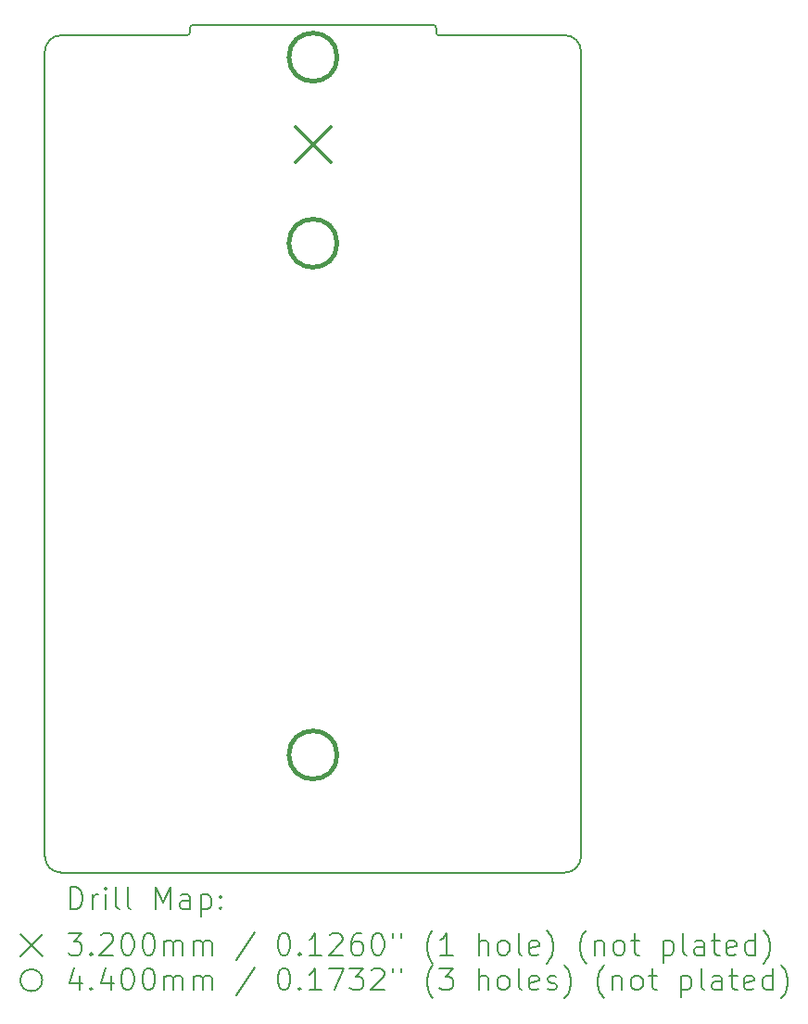
<source format=gbr>
%FSLAX45Y45*%
G04 Gerber Fmt 4.5, Leading zero omitted, Abs format (unit mm)*
G04 Created by KiCad (PCBNEW (5.99.0-10712-g3100cd3599)) date 2021-06-04 21:59:10*
%MOMM*%
%LPD*%
G01*
G04 APERTURE LIST*
%TA.AperFunction,Profile*%
%ADD10C,0.160000*%
%TD*%
%ADD11C,0.200000*%
%ADD12C,0.320000*%
%ADD13C,0.440000*%
G04 APERTURE END LIST*
D10*
X5200000Y-14150000D02*
X9800000Y-14150000D01*
X9950000Y-14000000D02*
X9950000Y-6650000D01*
X5050000Y-6650000D02*
X5050000Y-14000000D01*
X5200000Y-6500000D02*
X6350000Y-6500000D01*
X9800000Y-6500000D02*
X8650000Y-6500000D01*
X6375900Y-6474100D02*
X6375900Y-6431200D01*
X6401800Y-6405300D02*
X8598200Y-6405300D01*
X8624100Y-6431200D02*
X8624100Y-6474100D01*
X5200000Y-14150000D02*
G75*
G02*
X5050000Y-14000000I0J150000D01*
G01*
X9950000Y-14000000D02*
G75*
G02*
X9800000Y-14150000I-150000J0D01*
G01*
X5050000Y-6650000D02*
G75*
G02*
X5200000Y-6500000I150000J0D01*
G01*
X6375900Y-6474100D02*
G75*
G02*
X6350000Y-6500000I-25900J0D01*
G01*
X6375900Y-6431200D02*
G75*
G02*
X6401800Y-6405300I25900J0D01*
G01*
X8598200Y-6405300D02*
G75*
G02*
X8624100Y-6431200I0J-25900D01*
G01*
X8650000Y-6500000D02*
G75*
G02*
X8624100Y-6474100I0J25900D01*
G01*
X9800000Y-6500000D02*
G75*
G02*
X9950000Y-6650000I0J-150000D01*
G01*
D11*
D12*
X7340000Y-7340000D02*
X7660000Y-7660000D01*
X7660000Y-7340000D02*
X7340000Y-7660000D01*
D13*
X7720000Y-6700000D02*
G75*
G03*
X7720000Y-6700000I-220000J0D01*
G01*
X7720000Y-8400000D02*
G75*
G03*
X7720000Y-8400000I-220000J0D01*
G01*
X7720000Y-13075000D02*
G75*
G03*
X7720000Y-13075000I-220000J0D01*
G01*
D11*
X5283619Y-14484476D02*
X5283619Y-14284476D01*
X5331238Y-14284476D01*
X5359810Y-14294000D01*
X5378857Y-14313048D01*
X5388381Y-14332095D01*
X5397905Y-14370190D01*
X5397905Y-14398762D01*
X5388381Y-14436857D01*
X5378857Y-14455905D01*
X5359810Y-14474952D01*
X5331238Y-14484476D01*
X5283619Y-14484476D01*
X5483619Y-14484476D02*
X5483619Y-14351143D01*
X5483619Y-14389238D02*
X5493143Y-14370190D01*
X5502667Y-14360667D01*
X5521714Y-14351143D01*
X5540762Y-14351143D01*
X5607428Y-14484476D02*
X5607428Y-14351143D01*
X5607428Y-14284476D02*
X5597905Y-14294000D01*
X5607428Y-14303524D01*
X5616952Y-14294000D01*
X5607428Y-14284476D01*
X5607428Y-14303524D01*
X5731238Y-14484476D02*
X5712190Y-14474952D01*
X5702667Y-14455905D01*
X5702667Y-14284476D01*
X5836000Y-14484476D02*
X5816952Y-14474952D01*
X5807428Y-14455905D01*
X5807428Y-14284476D01*
X6064571Y-14484476D02*
X6064571Y-14284476D01*
X6131238Y-14427333D01*
X6197905Y-14284476D01*
X6197905Y-14484476D01*
X6378857Y-14484476D02*
X6378857Y-14379714D01*
X6369333Y-14360667D01*
X6350286Y-14351143D01*
X6312190Y-14351143D01*
X6293143Y-14360667D01*
X6378857Y-14474952D02*
X6359809Y-14484476D01*
X6312190Y-14484476D01*
X6293143Y-14474952D01*
X6283619Y-14455905D01*
X6283619Y-14436857D01*
X6293143Y-14417809D01*
X6312190Y-14408286D01*
X6359809Y-14408286D01*
X6378857Y-14398762D01*
X6474095Y-14351143D02*
X6474095Y-14551143D01*
X6474095Y-14360667D02*
X6493143Y-14351143D01*
X6531238Y-14351143D01*
X6550286Y-14360667D01*
X6559809Y-14370190D01*
X6569333Y-14389238D01*
X6569333Y-14446381D01*
X6559809Y-14465428D01*
X6550286Y-14474952D01*
X6531238Y-14484476D01*
X6493143Y-14484476D01*
X6474095Y-14474952D01*
X6655048Y-14465428D02*
X6664571Y-14474952D01*
X6655048Y-14484476D01*
X6645524Y-14474952D01*
X6655048Y-14465428D01*
X6655048Y-14484476D01*
X6655048Y-14360667D02*
X6664571Y-14370190D01*
X6655048Y-14379714D01*
X6645524Y-14370190D01*
X6655048Y-14360667D01*
X6655048Y-14379714D01*
X4826000Y-14714000D02*
X5026000Y-14914000D01*
X5026000Y-14714000D02*
X4826000Y-14914000D01*
X5264571Y-14704476D02*
X5388381Y-14704476D01*
X5321714Y-14780667D01*
X5350286Y-14780667D01*
X5369333Y-14790190D01*
X5378857Y-14799714D01*
X5388381Y-14818762D01*
X5388381Y-14866381D01*
X5378857Y-14885428D01*
X5369333Y-14894952D01*
X5350286Y-14904476D01*
X5293143Y-14904476D01*
X5274095Y-14894952D01*
X5264571Y-14885428D01*
X5474095Y-14885428D02*
X5483619Y-14894952D01*
X5474095Y-14904476D01*
X5464571Y-14894952D01*
X5474095Y-14885428D01*
X5474095Y-14904476D01*
X5559810Y-14723524D02*
X5569333Y-14714000D01*
X5588381Y-14704476D01*
X5636000Y-14704476D01*
X5655048Y-14714000D01*
X5664571Y-14723524D01*
X5674095Y-14742571D01*
X5674095Y-14761619D01*
X5664571Y-14790190D01*
X5550286Y-14904476D01*
X5674095Y-14904476D01*
X5797905Y-14704476D02*
X5816952Y-14704476D01*
X5836000Y-14714000D01*
X5845524Y-14723524D01*
X5855048Y-14742571D01*
X5864571Y-14780667D01*
X5864571Y-14828286D01*
X5855048Y-14866381D01*
X5845524Y-14885428D01*
X5836000Y-14894952D01*
X5816952Y-14904476D01*
X5797905Y-14904476D01*
X5778857Y-14894952D01*
X5769333Y-14885428D01*
X5759809Y-14866381D01*
X5750286Y-14828286D01*
X5750286Y-14780667D01*
X5759809Y-14742571D01*
X5769333Y-14723524D01*
X5778857Y-14714000D01*
X5797905Y-14704476D01*
X5988381Y-14704476D02*
X6007428Y-14704476D01*
X6026476Y-14714000D01*
X6036000Y-14723524D01*
X6045524Y-14742571D01*
X6055048Y-14780667D01*
X6055048Y-14828286D01*
X6045524Y-14866381D01*
X6036000Y-14885428D01*
X6026476Y-14894952D01*
X6007428Y-14904476D01*
X5988381Y-14904476D01*
X5969333Y-14894952D01*
X5959809Y-14885428D01*
X5950286Y-14866381D01*
X5940762Y-14828286D01*
X5940762Y-14780667D01*
X5950286Y-14742571D01*
X5959809Y-14723524D01*
X5969333Y-14714000D01*
X5988381Y-14704476D01*
X6140762Y-14904476D02*
X6140762Y-14771143D01*
X6140762Y-14790190D02*
X6150286Y-14780667D01*
X6169333Y-14771143D01*
X6197905Y-14771143D01*
X6216952Y-14780667D01*
X6226476Y-14799714D01*
X6226476Y-14904476D01*
X6226476Y-14799714D02*
X6236000Y-14780667D01*
X6255048Y-14771143D01*
X6283619Y-14771143D01*
X6302667Y-14780667D01*
X6312190Y-14799714D01*
X6312190Y-14904476D01*
X6407428Y-14904476D02*
X6407428Y-14771143D01*
X6407428Y-14790190D02*
X6416952Y-14780667D01*
X6436000Y-14771143D01*
X6464571Y-14771143D01*
X6483619Y-14780667D01*
X6493143Y-14799714D01*
X6493143Y-14904476D01*
X6493143Y-14799714D02*
X6502667Y-14780667D01*
X6521714Y-14771143D01*
X6550286Y-14771143D01*
X6569333Y-14780667D01*
X6578857Y-14799714D01*
X6578857Y-14904476D01*
X6969333Y-14694952D02*
X6797905Y-14952095D01*
X7226476Y-14704476D02*
X7245524Y-14704476D01*
X7264571Y-14714000D01*
X7274095Y-14723524D01*
X7283619Y-14742571D01*
X7293143Y-14780667D01*
X7293143Y-14828286D01*
X7283619Y-14866381D01*
X7274095Y-14885428D01*
X7264571Y-14894952D01*
X7245524Y-14904476D01*
X7226476Y-14904476D01*
X7207428Y-14894952D01*
X7197905Y-14885428D01*
X7188381Y-14866381D01*
X7178857Y-14828286D01*
X7178857Y-14780667D01*
X7188381Y-14742571D01*
X7197905Y-14723524D01*
X7207428Y-14714000D01*
X7226476Y-14704476D01*
X7378857Y-14885428D02*
X7388381Y-14894952D01*
X7378857Y-14904476D01*
X7369333Y-14894952D01*
X7378857Y-14885428D01*
X7378857Y-14904476D01*
X7578857Y-14904476D02*
X7464571Y-14904476D01*
X7521714Y-14904476D02*
X7521714Y-14704476D01*
X7502667Y-14733048D01*
X7483619Y-14752095D01*
X7464571Y-14761619D01*
X7655048Y-14723524D02*
X7664571Y-14714000D01*
X7683619Y-14704476D01*
X7731238Y-14704476D01*
X7750286Y-14714000D01*
X7759809Y-14723524D01*
X7769333Y-14742571D01*
X7769333Y-14761619D01*
X7759809Y-14790190D01*
X7645524Y-14904476D01*
X7769333Y-14904476D01*
X7940762Y-14704476D02*
X7902667Y-14704476D01*
X7883619Y-14714000D01*
X7874095Y-14723524D01*
X7855048Y-14752095D01*
X7845524Y-14790190D01*
X7845524Y-14866381D01*
X7855048Y-14885428D01*
X7864571Y-14894952D01*
X7883619Y-14904476D01*
X7921714Y-14904476D01*
X7940762Y-14894952D01*
X7950286Y-14885428D01*
X7959809Y-14866381D01*
X7959809Y-14818762D01*
X7950286Y-14799714D01*
X7940762Y-14790190D01*
X7921714Y-14780667D01*
X7883619Y-14780667D01*
X7864571Y-14790190D01*
X7855048Y-14799714D01*
X7845524Y-14818762D01*
X8083619Y-14704476D02*
X8102667Y-14704476D01*
X8121714Y-14714000D01*
X8131238Y-14723524D01*
X8140762Y-14742571D01*
X8150286Y-14780667D01*
X8150286Y-14828286D01*
X8140762Y-14866381D01*
X8131238Y-14885428D01*
X8121714Y-14894952D01*
X8102667Y-14904476D01*
X8083619Y-14904476D01*
X8064571Y-14894952D01*
X8055048Y-14885428D01*
X8045524Y-14866381D01*
X8036000Y-14828286D01*
X8036000Y-14780667D01*
X8045524Y-14742571D01*
X8055048Y-14723524D01*
X8064571Y-14714000D01*
X8083619Y-14704476D01*
X8226476Y-14704476D02*
X8226476Y-14742571D01*
X8302667Y-14704476D02*
X8302667Y-14742571D01*
X8597905Y-14980667D02*
X8588381Y-14971143D01*
X8569333Y-14942571D01*
X8559810Y-14923524D01*
X8550286Y-14894952D01*
X8540762Y-14847333D01*
X8540762Y-14809238D01*
X8550286Y-14761619D01*
X8559810Y-14733048D01*
X8569333Y-14714000D01*
X8588381Y-14685428D01*
X8597905Y-14675905D01*
X8778857Y-14904476D02*
X8664571Y-14904476D01*
X8721714Y-14904476D02*
X8721714Y-14704476D01*
X8702667Y-14733048D01*
X8683619Y-14752095D01*
X8664571Y-14761619D01*
X9016952Y-14904476D02*
X9016952Y-14704476D01*
X9102667Y-14904476D02*
X9102667Y-14799714D01*
X9093143Y-14780667D01*
X9074095Y-14771143D01*
X9045524Y-14771143D01*
X9026476Y-14780667D01*
X9016952Y-14790190D01*
X9226476Y-14904476D02*
X9207429Y-14894952D01*
X9197905Y-14885428D01*
X9188381Y-14866381D01*
X9188381Y-14809238D01*
X9197905Y-14790190D01*
X9207429Y-14780667D01*
X9226476Y-14771143D01*
X9255048Y-14771143D01*
X9274095Y-14780667D01*
X9283619Y-14790190D01*
X9293143Y-14809238D01*
X9293143Y-14866381D01*
X9283619Y-14885428D01*
X9274095Y-14894952D01*
X9255048Y-14904476D01*
X9226476Y-14904476D01*
X9407429Y-14904476D02*
X9388381Y-14894952D01*
X9378857Y-14875905D01*
X9378857Y-14704476D01*
X9559810Y-14894952D02*
X9540762Y-14904476D01*
X9502667Y-14904476D01*
X9483619Y-14894952D01*
X9474095Y-14875905D01*
X9474095Y-14799714D01*
X9483619Y-14780667D01*
X9502667Y-14771143D01*
X9540762Y-14771143D01*
X9559810Y-14780667D01*
X9569333Y-14799714D01*
X9569333Y-14818762D01*
X9474095Y-14837809D01*
X9636000Y-14980667D02*
X9645524Y-14971143D01*
X9664571Y-14942571D01*
X9674095Y-14923524D01*
X9683619Y-14894952D01*
X9693143Y-14847333D01*
X9693143Y-14809238D01*
X9683619Y-14761619D01*
X9674095Y-14733048D01*
X9664571Y-14714000D01*
X9645524Y-14685428D01*
X9636000Y-14675905D01*
X9997905Y-14980667D02*
X9988381Y-14971143D01*
X9969333Y-14942571D01*
X9959810Y-14923524D01*
X9950286Y-14894952D01*
X9940762Y-14847333D01*
X9940762Y-14809238D01*
X9950286Y-14761619D01*
X9959810Y-14733048D01*
X9969333Y-14714000D01*
X9988381Y-14685428D01*
X9997905Y-14675905D01*
X10074095Y-14771143D02*
X10074095Y-14904476D01*
X10074095Y-14790190D02*
X10083619Y-14780667D01*
X10102667Y-14771143D01*
X10131238Y-14771143D01*
X10150286Y-14780667D01*
X10159810Y-14799714D01*
X10159810Y-14904476D01*
X10283619Y-14904476D02*
X10264571Y-14894952D01*
X10255048Y-14885428D01*
X10245524Y-14866381D01*
X10245524Y-14809238D01*
X10255048Y-14790190D01*
X10264571Y-14780667D01*
X10283619Y-14771143D01*
X10312190Y-14771143D01*
X10331238Y-14780667D01*
X10340762Y-14790190D01*
X10350286Y-14809238D01*
X10350286Y-14866381D01*
X10340762Y-14885428D01*
X10331238Y-14894952D01*
X10312190Y-14904476D01*
X10283619Y-14904476D01*
X10407429Y-14771143D02*
X10483619Y-14771143D01*
X10436000Y-14704476D02*
X10436000Y-14875905D01*
X10445524Y-14894952D01*
X10464571Y-14904476D01*
X10483619Y-14904476D01*
X10702667Y-14771143D02*
X10702667Y-14971143D01*
X10702667Y-14780667D02*
X10721714Y-14771143D01*
X10759810Y-14771143D01*
X10778857Y-14780667D01*
X10788381Y-14790190D01*
X10797905Y-14809238D01*
X10797905Y-14866381D01*
X10788381Y-14885428D01*
X10778857Y-14894952D01*
X10759810Y-14904476D01*
X10721714Y-14904476D01*
X10702667Y-14894952D01*
X10912190Y-14904476D02*
X10893143Y-14894952D01*
X10883619Y-14875905D01*
X10883619Y-14704476D01*
X11074095Y-14904476D02*
X11074095Y-14799714D01*
X11064571Y-14780667D01*
X11045524Y-14771143D01*
X11007429Y-14771143D01*
X10988381Y-14780667D01*
X11074095Y-14894952D02*
X11055048Y-14904476D01*
X11007429Y-14904476D01*
X10988381Y-14894952D01*
X10978857Y-14875905D01*
X10978857Y-14856857D01*
X10988381Y-14837809D01*
X11007429Y-14828286D01*
X11055048Y-14828286D01*
X11074095Y-14818762D01*
X11140762Y-14771143D02*
X11216952Y-14771143D01*
X11169333Y-14704476D02*
X11169333Y-14875905D01*
X11178857Y-14894952D01*
X11197905Y-14904476D01*
X11216952Y-14904476D01*
X11359809Y-14894952D02*
X11340762Y-14904476D01*
X11302667Y-14904476D01*
X11283619Y-14894952D01*
X11274095Y-14875905D01*
X11274095Y-14799714D01*
X11283619Y-14780667D01*
X11302667Y-14771143D01*
X11340762Y-14771143D01*
X11359809Y-14780667D01*
X11369333Y-14799714D01*
X11369333Y-14818762D01*
X11274095Y-14837809D01*
X11540762Y-14904476D02*
X11540762Y-14704476D01*
X11540762Y-14894952D02*
X11521714Y-14904476D01*
X11483619Y-14904476D01*
X11464571Y-14894952D01*
X11455048Y-14885428D01*
X11445524Y-14866381D01*
X11445524Y-14809238D01*
X11455048Y-14790190D01*
X11464571Y-14780667D01*
X11483619Y-14771143D01*
X11521714Y-14771143D01*
X11540762Y-14780667D01*
X11616952Y-14980667D02*
X11626476Y-14971143D01*
X11645524Y-14942571D01*
X11655048Y-14923524D01*
X11664571Y-14894952D01*
X11674095Y-14847333D01*
X11674095Y-14809238D01*
X11664571Y-14761619D01*
X11655048Y-14733048D01*
X11645524Y-14714000D01*
X11626476Y-14685428D01*
X11616952Y-14675905D01*
X5026000Y-15134000D02*
G75*
G03*
X5026000Y-15134000I-100000J0D01*
G01*
X5369333Y-15091143D02*
X5369333Y-15224476D01*
X5321714Y-15014952D02*
X5274095Y-15157809D01*
X5397905Y-15157809D01*
X5474095Y-15205428D02*
X5483619Y-15214952D01*
X5474095Y-15224476D01*
X5464571Y-15214952D01*
X5474095Y-15205428D01*
X5474095Y-15224476D01*
X5655048Y-15091143D02*
X5655048Y-15224476D01*
X5607428Y-15014952D02*
X5559810Y-15157809D01*
X5683619Y-15157809D01*
X5797905Y-15024476D02*
X5816952Y-15024476D01*
X5836000Y-15034000D01*
X5845524Y-15043524D01*
X5855048Y-15062571D01*
X5864571Y-15100667D01*
X5864571Y-15148286D01*
X5855048Y-15186381D01*
X5845524Y-15205428D01*
X5836000Y-15214952D01*
X5816952Y-15224476D01*
X5797905Y-15224476D01*
X5778857Y-15214952D01*
X5769333Y-15205428D01*
X5759809Y-15186381D01*
X5750286Y-15148286D01*
X5750286Y-15100667D01*
X5759809Y-15062571D01*
X5769333Y-15043524D01*
X5778857Y-15034000D01*
X5797905Y-15024476D01*
X5988381Y-15024476D02*
X6007428Y-15024476D01*
X6026476Y-15034000D01*
X6036000Y-15043524D01*
X6045524Y-15062571D01*
X6055048Y-15100667D01*
X6055048Y-15148286D01*
X6045524Y-15186381D01*
X6036000Y-15205428D01*
X6026476Y-15214952D01*
X6007428Y-15224476D01*
X5988381Y-15224476D01*
X5969333Y-15214952D01*
X5959809Y-15205428D01*
X5950286Y-15186381D01*
X5940762Y-15148286D01*
X5940762Y-15100667D01*
X5950286Y-15062571D01*
X5959809Y-15043524D01*
X5969333Y-15034000D01*
X5988381Y-15024476D01*
X6140762Y-15224476D02*
X6140762Y-15091143D01*
X6140762Y-15110190D02*
X6150286Y-15100667D01*
X6169333Y-15091143D01*
X6197905Y-15091143D01*
X6216952Y-15100667D01*
X6226476Y-15119714D01*
X6226476Y-15224476D01*
X6226476Y-15119714D02*
X6236000Y-15100667D01*
X6255048Y-15091143D01*
X6283619Y-15091143D01*
X6302667Y-15100667D01*
X6312190Y-15119714D01*
X6312190Y-15224476D01*
X6407428Y-15224476D02*
X6407428Y-15091143D01*
X6407428Y-15110190D02*
X6416952Y-15100667D01*
X6436000Y-15091143D01*
X6464571Y-15091143D01*
X6483619Y-15100667D01*
X6493143Y-15119714D01*
X6493143Y-15224476D01*
X6493143Y-15119714D02*
X6502667Y-15100667D01*
X6521714Y-15091143D01*
X6550286Y-15091143D01*
X6569333Y-15100667D01*
X6578857Y-15119714D01*
X6578857Y-15224476D01*
X6969333Y-15014952D02*
X6797905Y-15272095D01*
X7226476Y-15024476D02*
X7245524Y-15024476D01*
X7264571Y-15034000D01*
X7274095Y-15043524D01*
X7283619Y-15062571D01*
X7293143Y-15100667D01*
X7293143Y-15148286D01*
X7283619Y-15186381D01*
X7274095Y-15205428D01*
X7264571Y-15214952D01*
X7245524Y-15224476D01*
X7226476Y-15224476D01*
X7207428Y-15214952D01*
X7197905Y-15205428D01*
X7188381Y-15186381D01*
X7178857Y-15148286D01*
X7178857Y-15100667D01*
X7188381Y-15062571D01*
X7197905Y-15043524D01*
X7207428Y-15034000D01*
X7226476Y-15024476D01*
X7378857Y-15205428D02*
X7388381Y-15214952D01*
X7378857Y-15224476D01*
X7369333Y-15214952D01*
X7378857Y-15205428D01*
X7378857Y-15224476D01*
X7578857Y-15224476D02*
X7464571Y-15224476D01*
X7521714Y-15224476D02*
X7521714Y-15024476D01*
X7502667Y-15053048D01*
X7483619Y-15072095D01*
X7464571Y-15081619D01*
X7645524Y-15024476D02*
X7778857Y-15024476D01*
X7693143Y-15224476D01*
X7836000Y-15024476D02*
X7959809Y-15024476D01*
X7893143Y-15100667D01*
X7921714Y-15100667D01*
X7940762Y-15110190D01*
X7950286Y-15119714D01*
X7959809Y-15138762D01*
X7959809Y-15186381D01*
X7950286Y-15205428D01*
X7940762Y-15214952D01*
X7921714Y-15224476D01*
X7864571Y-15224476D01*
X7845524Y-15214952D01*
X7836000Y-15205428D01*
X8036000Y-15043524D02*
X8045524Y-15034000D01*
X8064571Y-15024476D01*
X8112190Y-15024476D01*
X8131238Y-15034000D01*
X8140762Y-15043524D01*
X8150286Y-15062571D01*
X8150286Y-15081619D01*
X8140762Y-15110190D01*
X8026476Y-15224476D01*
X8150286Y-15224476D01*
X8226476Y-15024476D02*
X8226476Y-15062571D01*
X8302667Y-15024476D02*
X8302667Y-15062571D01*
X8597905Y-15300667D02*
X8588381Y-15291143D01*
X8569333Y-15262571D01*
X8559810Y-15243524D01*
X8550286Y-15214952D01*
X8540762Y-15167333D01*
X8540762Y-15129238D01*
X8550286Y-15081619D01*
X8559810Y-15053048D01*
X8569333Y-15034000D01*
X8588381Y-15005428D01*
X8597905Y-14995905D01*
X8655048Y-15024476D02*
X8778857Y-15024476D01*
X8712190Y-15100667D01*
X8740762Y-15100667D01*
X8759810Y-15110190D01*
X8769333Y-15119714D01*
X8778857Y-15138762D01*
X8778857Y-15186381D01*
X8769333Y-15205428D01*
X8759810Y-15214952D01*
X8740762Y-15224476D01*
X8683619Y-15224476D01*
X8664571Y-15214952D01*
X8655048Y-15205428D01*
X9016952Y-15224476D02*
X9016952Y-15024476D01*
X9102667Y-15224476D02*
X9102667Y-15119714D01*
X9093143Y-15100667D01*
X9074095Y-15091143D01*
X9045524Y-15091143D01*
X9026476Y-15100667D01*
X9016952Y-15110190D01*
X9226476Y-15224476D02*
X9207429Y-15214952D01*
X9197905Y-15205428D01*
X9188381Y-15186381D01*
X9188381Y-15129238D01*
X9197905Y-15110190D01*
X9207429Y-15100667D01*
X9226476Y-15091143D01*
X9255048Y-15091143D01*
X9274095Y-15100667D01*
X9283619Y-15110190D01*
X9293143Y-15129238D01*
X9293143Y-15186381D01*
X9283619Y-15205428D01*
X9274095Y-15214952D01*
X9255048Y-15224476D01*
X9226476Y-15224476D01*
X9407429Y-15224476D02*
X9388381Y-15214952D01*
X9378857Y-15195905D01*
X9378857Y-15024476D01*
X9559810Y-15214952D02*
X9540762Y-15224476D01*
X9502667Y-15224476D01*
X9483619Y-15214952D01*
X9474095Y-15195905D01*
X9474095Y-15119714D01*
X9483619Y-15100667D01*
X9502667Y-15091143D01*
X9540762Y-15091143D01*
X9559810Y-15100667D01*
X9569333Y-15119714D01*
X9569333Y-15138762D01*
X9474095Y-15157809D01*
X9645524Y-15214952D02*
X9664571Y-15224476D01*
X9702667Y-15224476D01*
X9721714Y-15214952D01*
X9731238Y-15195905D01*
X9731238Y-15186381D01*
X9721714Y-15167333D01*
X9702667Y-15157809D01*
X9674095Y-15157809D01*
X9655048Y-15148286D01*
X9645524Y-15129238D01*
X9645524Y-15119714D01*
X9655048Y-15100667D01*
X9674095Y-15091143D01*
X9702667Y-15091143D01*
X9721714Y-15100667D01*
X9797905Y-15300667D02*
X9807429Y-15291143D01*
X9826476Y-15262571D01*
X9836000Y-15243524D01*
X9845524Y-15214952D01*
X9855048Y-15167333D01*
X9855048Y-15129238D01*
X9845524Y-15081619D01*
X9836000Y-15053048D01*
X9826476Y-15034000D01*
X9807429Y-15005428D01*
X9797905Y-14995905D01*
X10159810Y-15300667D02*
X10150286Y-15291143D01*
X10131238Y-15262571D01*
X10121714Y-15243524D01*
X10112190Y-15214952D01*
X10102667Y-15167333D01*
X10102667Y-15129238D01*
X10112190Y-15081619D01*
X10121714Y-15053048D01*
X10131238Y-15034000D01*
X10150286Y-15005428D01*
X10159810Y-14995905D01*
X10236000Y-15091143D02*
X10236000Y-15224476D01*
X10236000Y-15110190D02*
X10245524Y-15100667D01*
X10264571Y-15091143D01*
X10293143Y-15091143D01*
X10312190Y-15100667D01*
X10321714Y-15119714D01*
X10321714Y-15224476D01*
X10445524Y-15224476D02*
X10426476Y-15214952D01*
X10416952Y-15205428D01*
X10407429Y-15186381D01*
X10407429Y-15129238D01*
X10416952Y-15110190D01*
X10426476Y-15100667D01*
X10445524Y-15091143D01*
X10474095Y-15091143D01*
X10493143Y-15100667D01*
X10502667Y-15110190D01*
X10512190Y-15129238D01*
X10512190Y-15186381D01*
X10502667Y-15205428D01*
X10493143Y-15214952D01*
X10474095Y-15224476D01*
X10445524Y-15224476D01*
X10569333Y-15091143D02*
X10645524Y-15091143D01*
X10597905Y-15024476D02*
X10597905Y-15195905D01*
X10607429Y-15214952D01*
X10626476Y-15224476D01*
X10645524Y-15224476D01*
X10864571Y-15091143D02*
X10864571Y-15291143D01*
X10864571Y-15100667D02*
X10883619Y-15091143D01*
X10921714Y-15091143D01*
X10940762Y-15100667D01*
X10950286Y-15110190D01*
X10959810Y-15129238D01*
X10959810Y-15186381D01*
X10950286Y-15205428D01*
X10940762Y-15214952D01*
X10921714Y-15224476D01*
X10883619Y-15224476D01*
X10864571Y-15214952D01*
X11074095Y-15224476D02*
X11055048Y-15214952D01*
X11045524Y-15195905D01*
X11045524Y-15024476D01*
X11236000Y-15224476D02*
X11236000Y-15119714D01*
X11226476Y-15100667D01*
X11207428Y-15091143D01*
X11169333Y-15091143D01*
X11150286Y-15100667D01*
X11236000Y-15214952D02*
X11216952Y-15224476D01*
X11169333Y-15224476D01*
X11150286Y-15214952D01*
X11140762Y-15195905D01*
X11140762Y-15176857D01*
X11150286Y-15157809D01*
X11169333Y-15148286D01*
X11216952Y-15148286D01*
X11236000Y-15138762D01*
X11302667Y-15091143D02*
X11378857Y-15091143D01*
X11331238Y-15024476D02*
X11331238Y-15195905D01*
X11340762Y-15214952D01*
X11359809Y-15224476D01*
X11378857Y-15224476D01*
X11521714Y-15214952D02*
X11502667Y-15224476D01*
X11464571Y-15224476D01*
X11445524Y-15214952D01*
X11436000Y-15195905D01*
X11436000Y-15119714D01*
X11445524Y-15100667D01*
X11464571Y-15091143D01*
X11502667Y-15091143D01*
X11521714Y-15100667D01*
X11531238Y-15119714D01*
X11531238Y-15138762D01*
X11436000Y-15157809D01*
X11702667Y-15224476D02*
X11702667Y-15024476D01*
X11702667Y-15214952D02*
X11683619Y-15224476D01*
X11645524Y-15224476D01*
X11626476Y-15214952D01*
X11616952Y-15205428D01*
X11607428Y-15186381D01*
X11607428Y-15129238D01*
X11616952Y-15110190D01*
X11626476Y-15100667D01*
X11645524Y-15091143D01*
X11683619Y-15091143D01*
X11702667Y-15100667D01*
X11778857Y-15300667D02*
X11788381Y-15291143D01*
X11807428Y-15262571D01*
X11816952Y-15243524D01*
X11826476Y-15214952D01*
X11836000Y-15167333D01*
X11836000Y-15129238D01*
X11826476Y-15081619D01*
X11816952Y-15053048D01*
X11807428Y-15034000D01*
X11788381Y-15005428D01*
X11778857Y-14995905D01*
M02*

</source>
